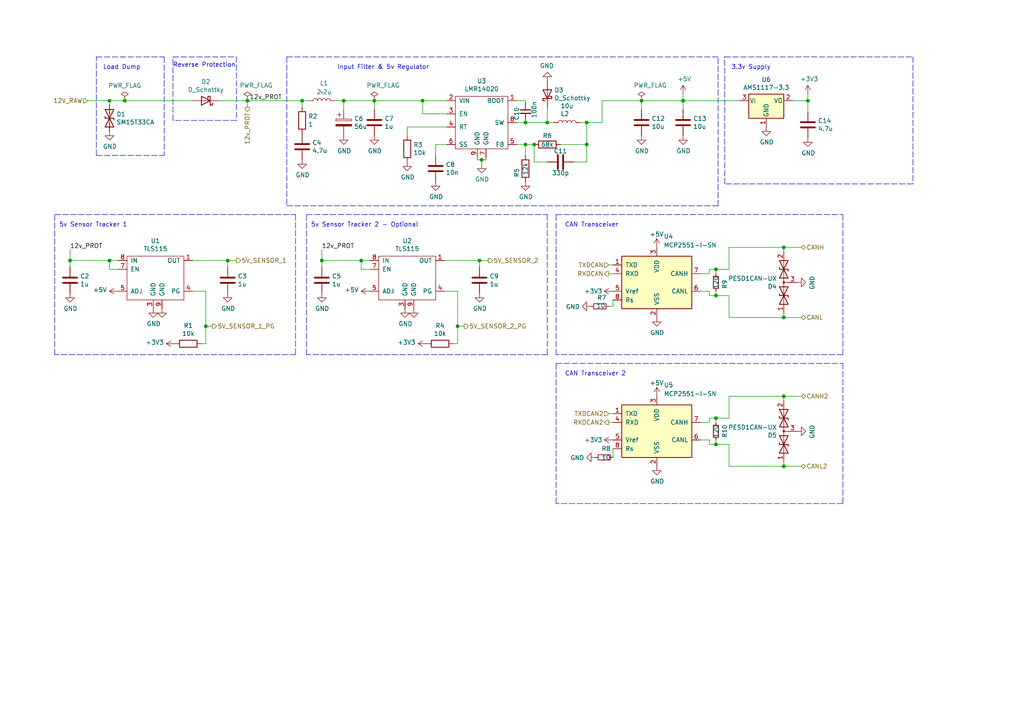
<source format=kicad_sch>
(kicad_sch (version 20211123) (generator eeschema)
  (paper "A4")
  (title_block (title "Polygonus") (date "2023-03-15") (rev "v0.7") (comment 2 "rusefi.com/s/proteus"))
  (lib_symbols
    (symbol "Device:C" (pin_numbers hide) (pin_names (offset 0.254))
      (property "Reference" "C" (at 0.635 2.54 0))
      (property "Value" "C" (at 0.635 -2.54 0))
      (symbol "C_0_1"
        (polyline (pts (xy -2.032 -0.762) (xy 2.032 -0.762)) (stroke (width 0.508)))
        (polyline (pts (xy -2.032 0.762) (xy 2.032 0.762)) (stroke (width 0.508)))
      )
      (symbol "C_1_1"
        (pin passive line (at 0 3.81 270) (length 2.794) (name "~") (number "1"))
        (pin passive line (at 0 -3.81 90) (length 2.794) (name "~") (number "2"))
      )
    )
    (symbol "Device:CP" (pin_numbers hide) (pin_names (offset 0.254))
      (property "Reference" "C" (at 0.635 2.54 0))
      (property "Value" "Device_CP" (at 0.635 -2.54 0))
      (symbol "CP_0_1"
        (rectangle (start -2.286 0.508) (end 2.286 1.016))
        (polyline (pts (xy -1.778 2.286) (xy -0.762 2.286)))
        (polyline (pts (xy -1.27 2.794) (xy -1.27 1.778)))
        (rectangle (start 2.286 -0.508) (end -2.286 -1.016) (fill (type outline)))
      )
      (symbol "CP_1_1"
        (pin passive line (at 0 3.81 270) (length 2.794) (name "~") (number "1"))
        (pin passive line (at 0 -3.81 90) (length 2.794) (name "~") (number "2"))
      )
    )
    (symbol "Device:C_Small" (pin_numbers hide) (pin_names (offset 0.254) hide)
      (property "Reference" "C" (at 0.254 1.778 0))
      (property "Value" "C_Small" (at 0.254 -2.032 0))
      (symbol "C_Small_0_1"
        (polyline (pts (xy -1.524 -0.508) (xy 1.524 -0.508)) (stroke (width 0.3302)))
        (polyline (pts (xy -1.524 0.508) (xy 1.524 0.508)) (stroke (width 0.3048)))
      )
      (symbol "C_Small_1_1"
        (pin passive line (at 0 2.54 270) (length 2.032) (name "~") (number "1"))
        (pin passive line (at 0 -2.54 90) (length 2.032) (name "~") (number "2"))
      )
    )
    (symbol "Device:D_Schottky" (pin_numbers hide) (pin_names (offset 1.016) hide)
      (property "Reference" "D" (at 0 2.54 0))
      (property "Value" "D_Schottky" (at 0 -2.54 0))
      (symbol "D_Schottky_0_1"
        (polyline (pts (xy 1.27 0) (xy -1.27 0)))
        (polyline (pts (xy 1.27 1.27) (xy 1.27 -1.27) (xy -1.27 0) (xy 1.27 1.27)) (stroke (width 0.254)))
        (polyline (pts (xy -1.905 0.635) (xy -1.905 1.27) (xy -1.27 1.27) (xy -1.27 -1.27) (xy -0.635 -1.27) (xy -0.635 -0.635)) (stroke (width 0.254)))
      )
      (symbol "D_Schottky_1_1"
        (pin passive line (at -3.81 0 0) (length 2.54) (name "K") (number "1"))
        (pin passive line (at 3.81 0 180) (length 2.54) (name "A") (number "2"))
      )
    )
    (symbol "Device:D_TVS" (pin_numbers hide) (pin_names (offset 1.016) hide)
      (property "Reference" "D" (at 0 2.54 0))
      (property "Value" "D_TVS" (at 0 -2.54 0))
      (symbol "D_TVS_0_1"
        (polyline (pts (xy 1.27 0) (xy -1.27 0)))
        (polyline (pts (xy 0.508 1.27) (xy 0 1.27) (xy 0 -1.27) (xy -0.508 -1.27)) (stroke (width 0.254)))
        (polyline (pts (xy -2.54 1.27) (xy -2.54 -1.27) (xy 2.54 1.27) (xy 2.54 -1.27) (xy -2.54 1.27)) (stroke (width 0.254)))
      )
      (symbol "D_TVS_1_1"
        (pin passive line (at -3.81 0 0) (length 2.54) (name "A1") (number "1"))
        (pin passive line (at 3.81 0 180) (length 2.54) (name "A2") (number "2"))
      )
    )
    (symbol "Device:D_TVS_x2_AAC" (pin_names (offset 1.016) hide)
      (property "Reference" "D" (at 0 4.445 0))
      (property "Value" "Device_D_TVS_x2_AAC" (at 0 2.54 0))
      (symbol "D_TVS_x2_AAC_0_0"
        (polyline (pts (xy 0 -1.27) (xy 0 0)))
      )
      (symbol "D_TVS_x2_AAC_0_1"
        (polyline (pts (xy -6.35 0) (xy 6.35 0)))
        (polyline (pts (xy -3.302 1.27) (xy -3.81 1.27) (xy -3.81 -1.27) (xy -4.318 -1.27)) (stroke (width 0.254)))
        (polyline (pts (xy 4.318 1.27) (xy 3.81 1.27) (xy 3.81 -1.27) (xy 3.302 -1.27)) (stroke (width 0.254)))
        (polyline (pts (xy -6.35 1.27) (xy -1.27 -1.27) (xy -1.27 1.27) (xy -6.35 -1.27) (xy -6.35 1.27)) (stroke (width 0.254)))
        (polyline (pts (xy 6.35 1.27) (xy 1.27 -1.27) (xy 1.27 1.27) (xy 6.35 -1.27) (xy 6.35 1.27)) (stroke (width 0.254)))
        (circle (center 0 0) (radius 0.254) (fill (type outline)))
      )
      (symbol "D_TVS_x2_AAC_1_1"
        (pin passive line (at -8.89 0 0) (length 2.54) (name "A1") (number "1"))
        (pin passive line (at 8.89 0 180) (length 2.54) (name "A2") (number "2"))
        (pin input line (at 0 -3.81 90) (length 2.54) (name "common") (number "3"))
      )
    )
    (symbol "Device:L" (pin_numbers hide) (pin_names (offset 1.016) hide)
      (property "Reference" "L" (at -1.27 0 90))
      (property "Value" "L" (at 1.905 0 90))
      (symbol "L_0_1"
        (arc (start 0 -2.54) (mid 0.635 -1.905) (end 0 -1.27))
        (arc (start 0 -1.27) (mid 0.635 -0.635) (end 0 0))
        (arc (start 0 0) (mid 0.635 0.635) (end 0 1.27))
        (arc (start 0 1.27) (mid 0.635 1.905) (end 0 2.54))
      )
      (symbol "L_1_1"
        (pin passive line (at 0 3.81 270) (length 1.27) (name "1") (number "1"))
        (pin passive line (at 0 -3.81 90) (length 1.27) (name "2") (number "2"))
      )
    )
    (symbol "Device:R" (pin_numbers hide) (pin_names (offset 0))
      (property "Reference" "R" (at 2.032 0 90))
      (property "Value" "R" (at 0 0 90))
      (symbol "R_0_1"
        (rectangle (start -1.016 -2.54) (end 1.016 2.54) (stroke (width 0.254)))
      )
      (symbol "R_1_1"
        (pin passive line (at 0 3.81 270) (length 1.27) (name "~") (number "1"))
        (pin passive line (at 0 -3.81 90) (length 1.27) (name "~") (number "2"))
      )
    )
    (symbol "Device:R_Small" (pin_numbers hide) (pin_names (offset 0.254) hide)
      (property "Reference" "R" (at 0.762 0.508 0))
      (property "Value" "R_Small" (at 0.762 -1.016 0))
      (symbol "R_Small_0_1"
        (rectangle (start -0.762 1.778) (end 0.762 -1.778) (stroke (width 0.2032)))
      )
      (symbol "R_Small_1_1"
        (pin passive line (at 0 2.54 270) (length 0.762) (name "~") (number "1"))
        (pin passive line (at 0 -2.54 90) (length 0.762) (name "~") (number "2"))
      )
    )
    (symbol "Interface_CAN_LIN:MCP2551-I-SN" (pin_names (offset 1.016))
      (property "Reference" "U" (at -10.16 8.89 0))
      (property "Value" "MCP2551-I-SN" (at 2.54 8.89 0))
      (symbol "MCP2551-I-SN_0_1"
        (rectangle (start -10.16 7.62) (end 10.16 -7.62) (stroke (width 0.254)) (fill (type background)))
      )
      (symbol "MCP2551-I-SN_1_1"
        (pin input line (at -12.7 5.08 0) (length 2.54) (name "TXD") (number "1"))
        (pin power_in line (at 0 -10.16 90) (length 2.54) (name "VSS") (number "2"))
        (pin power_in line (at 0 10.16 270) (length 2.54) (name "VDD") (number "3"))
        (pin output line (at -12.7 2.54 0) (length 2.54) (name "RXD") (number "4"))
        (pin power_out line (at -12.7 -2.54 0) (length 2.54) (name "Vref") (number "5"))
        (pin bidirectional line (at 12.7 -2.54 180) (length 2.54) (name "CANL") (number "6"))
        (pin bidirectional line (at 12.7 2.54 180) (length 2.54) (name "CANH") (number "7"))
        (pin input line (at -12.7 -5.08 0) (length 2.54) (name "Rs") (number "8"))
      )
    )
    (symbol "Regulator_Linear:AMS1117-3.3" (pin_names (offset 0.254))
      (property "Reference" "U" (at -3.81 3.175 0))
      (property "Value" "AMS1117-3.3" (at 0 3.175 0))
      (symbol "AMS1117-3.3_0_1"
        (rectangle (start -5.08 -5.08) (end 5.08 1.905) (stroke (width 0.254)) (fill (type background)))
      )
      (symbol "AMS1117-3.3_1_1"
        (pin power_in line (at 0 -7.62 90) (length 2.54) (name "GND") (number "1"))
        (pin power_out line (at 7.62 0 180) (length 2.54) (name "VO") (number "2"))
        (pin power_in line (at -7.62 0 0) (length 2.54) (name "VI") (number "3"))
      )
    )
    (symbol "infineon_psu:TLS115" (pin_names (offset 1.016))
      (property "Reference" "U" (at -6.35 -10.16 0))
      (property "Value" "TLS115" (at -3.81 5.08 0))
      (symbol "TLS115_0_1"
        (rectangle (start -7.62 3.81) (end 8.89 -8.89))
      )
      (symbol "TLS115_1_1"
        (pin output line (at 11.43 2.54 180) (length 2.54) (name "OUT") (number "1"))
        (pin no_connect line (at 0 0 0) (length 2.54) hide (name "~") (number "2"))
        (pin power_in line (at 0 -11.43 90) (length 2.54) (name "GND") (number "3"))
        (pin open_collector line (at 11.43 -6.35 180) (length 2.54) (name "PG") (number "4"))
        (pin input line (at -10.16 -6.35 0) (length 2.54) (name "ADJ") (number "5"))
        (pin no_connect line (at 0 -2.54 0) (length 2.54) hide (name "~") (number "6"))
        (pin input line (at -10.16 0 0) (length 2.54) (name "EN") (number "7"))
        (pin power_in line (at -10.16 2.54 0) (length 2.54) (name "IN") (number "8"))
        (pin power_in line (at 2.54 -11.43 90) (length 2.54) (name "GND") (number "9"))
      )
    )
    (symbol "lmr14020:LMR14020" (pin_names (offset 1.016))
      (property "Reference" "U" (at -3.81 -11.43 0))
      (property "Value" "LMR14020" (at 2.54 8.89 0))
      (symbol "LMR14020_0_1"
        (rectangle (start -5.08 -8.89) (end 10.16 6.35))
      )
      (symbol "LMR14020_1_1"
        (pin bidirectional line (at 12.7 5.08 180) (length 2.54) (name "BOOT") (number "1"))
        (pin power_in line (at -7.62 5.08 0) (length 2.54) (name "VIN") (number "2"))
        (pin input line (at -7.62 1.27 0) (length 2.54) (name "EN") (number "3"))
        (pin bidirectional line (at -7.62 -2.54 0) (length 2.54) (name "RT") (number "4"))
        (pin input line (at 12.7 -7.62 180) (length 2.54) (name "FB") (number "5"))
        (pin bidirectional line (at -7.62 -7.62 0) (length 2.54) (name "SS") (number "6"))
        (pin power_in line (at 3.81 -11.43 90) (length 2.54) (name "GND") (number "7"))
        (pin power_out line (at 12.7 -1.27 180) (length 2.54) (name "SW") (number "8"))
        (pin power_in line (at 1.27 -11.43 90) (length 2.54) (name "GND") (number "9"))
      )
    )
    (symbol "power:+3.3V" (power) (pin_names (offset 0))
      (property "Value" "+3.3V" (at 0 3.556 0))
      (symbol "+3.3V_0_1"
        (polyline (pts (xy -0.762 1.27) (xy 0 2.54)))
        (polyline (pts (xy 0 0) (xy 0 2.54)))
        (polyline (pts (xy 0 2.54) (xy 0.762 1.27)))
      )
      (symbol "+3.3V_1_1"
        (pin power_in line (at 0 0 90) (length 0) hide (name "+3V3") (number "1"))
      )
    )
    (symbol "power:+5V" (power) (pin_names (offset 0))
      (property "Value" "+5V" (at 0 3.556 0))
      (symbol "+5V_0_1"
        (polyline (pts (xy -0.762 1.27) (xy 0 2.54)))
        (polyline (pts (xy 0 0) (xy 0 2.54)))
        (polyline (pts (xy 0 2.54) (xy 0.762 1.27)))
      )
      (symbol "+5V_1_1"
        (pin power_in line (at 0 0 90) (length 0) hide (name "+5V") (number "1"))
      )
    )
    (symbol "power:GND" (power) (pin_names (offset 0))
      (property "Value" "GND" (at 0 -3.81 0))
      (symbol "GND_0_1"
        (polyline (pts (xy 0 0) (xy 0 -1.27) (xy 1.27 -1.27) (xy 0 -2.54) (xy -1.27 -1.27) (xy 0 -1.27)))
      )
      (symbol "GND_1_1"
        (pin power_in line (at 0 0 270) (length 0) hide (name "GND") (number "1"))
      )
    )
    (symbol "power:PWR_FLAG" (power) (pin_numbers hide) (pin_names (offset 0) hide)
      (property "Value" "PWR_FLAG" (at 0 3.81 0))
      (symbol "PWR_FLAG_0_0"
        (pin power_out line (at 0 0 90) (length 0) (name "pwr") (number "1"))
      )
      (symbol "PWR_FLAG_0_1"
        (polyline (pts (xy 0 0) (xy 0 1.27) (xy -1.016 1.905) (xy 0 2.54) (xy 1.016 1.905) (xy 0 1.27)))
      )
    )
  )
  (junction (at 36.195 29.21))
  (junction (at 108.585 29.21))
  (junction (at 170.18 35.56))
  (junction (at 122.555 29.21))
  (junction (at 152.4 41.91))
  (junction (at 139.7 46.355))
  (junction (at 207.645 78.105))
  (junction (at 20.32 75.565))
  (junction (at 227.33 114.935))
  (junction (at 207.645 128.905))
  (junction (at 227.33 92.075))
  (junction (at 87.63 29.21))
  (junction (at 66.04 75.565))
  (junction (at 59.69 94.615))
  (junction (at 104.775 75.565))
  (junction (at 158.75 35.56))
  (junction (at 198.12 29.21))
  (junction (at 132.715 94.615))
  (junction (at 186.055 29.21))
  (junction (at 93.345 75.565))
  (junction (at 139.065 75.565))
  (junction (at 99.695 29.21))
  (junction (at 207.645 85.725))
  (junction (at 234.315 29.21))
  (junction (at 31.75 75.565))
  (junction (at 170.18 41.91))
  (junction (at 71.755 29.21))
  (junction (at 152.4 35.56))
  (junction (at 207.645 121.285))
  (junction (at 227.33 71.755))
  (junction (at 154.94 41.91))
  (junction (at 227.33 135.255))
  (junction (at 31.75 29.21))
  (wire (pts (xy 205.7392 127.596) (xy 205.74 128.905)))
  (wire (pts (xy 177.7939 87.0112) (xy 177.7939 88.8557)))
  (polyline (pts (xy 158.75 102.87) (xy 88.9 102.87)))
  (wire (pts (xy 132.715 84.455) (xy 132.715 94.615)))
  (wire (pts (xy 207.645 121.285) (xy 211.455 121.285)))
  (wire (pts (xy 229.87 29.21) (xy 234.315 29.21)))
  (wire (pts (xy 170.18 41.91) (xy 170.18 46.99)))
  (polyline (pts (xy 161.29 146.05) (xy 161.29 105.41)))
  (wire (pts (xy 227.33 71.755) (xy 211.455 71.755)))
  (polyline (pts (xy 158.75 62.23) (xy 158.75 102.87)))
  (wire (pts (xy 99.695 29.21) (xy 99.695 31.75)))
  (polyline (pts (xy 88.9 62.23) (xy 158.75 62.23)))
  (wire (pts (xy 176.5292 122.516) (xy 177.7992 122.516)))
  (wire (pts (xy 36.195 29.21) (xy 31.75 29.21)))
  (wire (pts (xy 68.58 75.565) (xy 66.04 75.565)))
  (wire (pts (xy 134.62 94.615) (xy 132.715 94.615)))
  (wire (pts (xy 61.595 94.615) (xy 59.69 94.615)))
  (wire (pts (xy 152.4 41.91) (xy 152.4 45.085)))
  (wire (pts (xy 207.645 78.105) (xy 205.74 78.105)))
  (polyline (pts (xy 50.165 16.51) (xy 68.58 16.51)))
  (wire (pts (xy 152.4 41.91) (xy 154.94 41.91)))
  (wire (pts (xy 152.4 34.925) (xy 152.4 35.56)))
  (wire (pts (xy 205.7339 79.3912) (xy 205.74 78.105)))
  (wire (pts (xy 232.41 114.935) (xy 227.33 114.935)))
  (wire (pts (xy 211.455 128.905) (xy 207.645 128.905)))
  (wire (pts (xy 140.97 46.355) (xy 140.97 45.72)))
  (wire (pts (xy 108.585 29.21) (xy 122.555 29.21)))
  (polyline (pts (xy 27.94 45.085) (xy 27.94 16.51)))
  (wire (pts (xy 203.1992 122.516) (xy 205.7392 122.516)))
  (wire (pts (xy 207.645 78.105) (xy 211.455 78.105)))
  (wire (pts (xy 31.75 78.105) (xy 31.75 75.565)))
  (wire (pts (xy 126.365 45.085) (xy 126.365 41.91)))
  (wire (pts (xy 87.63 29.21) (xy 87.63 31.115)))
  (polyline (pts (xy 208.28 16.51) (xy 83.185 16.51)))
  (wire (pts (xy 132.715 99.695) (xy 132.715 94.615)))
  (wire (pts (xy 138.43 46.355) (xy 139.7 46.355)))
  (wire (pts (xy 174.625 35.56) (xy 174.625 29.21)))
  (wire (pts (xy 131.445 99.695) (xy 132.715 99.695)))
  (wire (pts (xy 107.315 78.105) (xy 104.775 78.105)))
  (wire (pts (xy 55.88 75.565) (xy 66.04 75.565)))
  (wire (pts (xy 227.33 71.755) (xy 227.33 73.025)))
  (wire (pts (xy 211.455 85.725) (xy 207.645 85.725)))
  (polyline (pts (xy 88.9 102.87) (xy 88.9 62.23)))
  (wire (pts (xy 227.33 135.255) (xy 211.455 135.255)))
  (polyline (pts (xy 264.795 16.51) (xy 264.795 53.34)))
  (wire (pts (xy 198.12 27.305) (xy 198.12 29.21)))
  (wire (pts (xy 162.56 41.91) (xy 170.18 41.91)))
  (wire (pts (xy 227.33 92.075) (xy 211.455 92.075)))
  (polyline (pts (xy 208.28 59.69) (xy 208.28 16.51)))
  (wire (pts (xy 122.555 29.21) (xy 122.555 33.02)))
  (polyline (pts (xy 210.185 53.34) (xy 210.185 16.51)))
  (wire (pts (xy 170.18 35.56) (xy 174.625 35.56)))
  (wire (pts (xy 152.4 29.21) (xy 152.4 29.845)))
  (wire (pts (xy 139.7 46.355) (xy 140.97 46.355)))
  (polyline (pts (xy 210.185 16.51) (xy 264.795 16.51)))
  (wire (pts (xy 177.7992 119.976) (xy 176.5292 119.976)))
  (wire (pts (xy 154.94 46.99) (xy 154.94 41.91)))
  (wire (pts (xy 99.695 29.21) (xy 108.585 29.21)))
  (wire (pts (xy 177.7939 76.8512) (xy 176.5239 76.8512)))
  (wire (pts (xy 176.5239 79.3912) (xy 177.7939 79.3912)))
  (wire (pts (xy 207.645 79.375) (xy 207.645 78.105)))
  (wire (pts (xy 203.1939 84.4712) (xy 205.7339 84.4712)))
  (wire (pts (xy 108.585 31.75) (xy 108.585 29.21)))
  (wire (pts (xy 227.33 92.075) (xy 227.33 90.805)))
  (wire (pts (xy 234.315 27.305) (xy 234.315 29.21)))
  (polyline (pts (xy 244.475 105.41) (xy 244.475 146.05)))
  (polyline (pts (xy 47.625 16.51) (xy 47.625 45.085)))
  (wire (pts (xy 118.11 36.83) (xy 129.54 36.83)))
  (wire (pts (xy 55.88 84.455) (xy 59.69 84.455)))
  (polyline (pts (xy 85.725 62.23) (xy 85.725 102.87)))
  (polyline (pts (xy 27.94 16.51) (xy 47.625 16.51)))
  (polyline (pts (xy 83.185 59.69) (xy 208.28 59.69)))
  (wire (pts (xy 58.42 99.695) (xy 59.69 99.695)))
  (wire (pts (xy 227.33 114.935) (xy 227.33 116.205)))
  (wire (pts (xy 227.33 135.255) (xy 227.33 133.985)))
  (wire (pts (xy 207.645 121.285) (xy 205.74 121.285)))
  (wire (pts (xy 186.055 29.21) (xy 198.12 29.21)))
  (wire (pts (xy 63.5 29.21) (xy 71.755 29.21)))
  (wire (pts (xy 198.12 29.21) (xy 198.12 31.75)))
  (wire (pts (xy 232.41 71.755) (xy 227.33 71.755)))
  (wire (pts (xy 118.11 39.37) (xy 118.11 36.83)))
  (wire (pts (xy 97.155 29.21) (xy 99.695 29.21)))
  (polyline (pts (xy 83.185 16.51) (xy 83.185 59.69)))
  (wire (pts (xy 20.32 77.47) (xy 20.32 75.565)))
  (polyline (pts (xy 244.475 146.05) (xy 161.29 146.05)))
  (wire (pts (xy 128.905 75.565) (xy 139.065 75.565)))
  (wire (pts (xy 186.055 29.21) (xy 186.055 31.75)))
  (wire (pts (xy 122.555 29.21) (xy 129.54 29.21)))
  (polyline (pts (xy 161.29 105.41) (xy 244.475 105.41)))
  (wire (pts (xy 34.29 78.105) (xy 31.75 78.105)))
  (wire (pts (xy 149.86 41.91) (xy 152.4 41.91)))
  (wire (pts (xy 211.455 135.255) (xy 211.455 128.905)))
  (wire (pts (xy 31.75 75.565) (xy 34.29 75.565)))
  (wire (pts (xy 87.63 29.21) (xy 89.535 29.21)))
  (wire (pts (xy 93.345 72.39) (xy 93.345 75.565)))
  (wire (pts (xy 211.455 114.935) (xy 211.455 121.285)))
  (wire (pts (xy 139.065 75.565) (xy 139.065 77.47)))
  (wire (pts (xy 93.345 77.47) (xy 93.345 75.565)))
  (wire (pts (xy 126.365 41.91) (xy 129.54 41.91)))
  (wire (pts (xy 31.75 29.21) (xy 31.75 30.48)))
  (wire (pts (xy 170.18 41.91) (xy 170.18 35.56)))
  (wire (pts (xy 207.645 84.455) (xy 207.645 85.725)))
  (wire (pts (xy 207.645 127.635) (xy 207.645 128.905)))
  (polyline (pts (xy 15.875 102.87) (xy 15.875 62.23)))
  (wire (pts (xy 207.645 128.905) (xy 205.74 128.905)))
  (wire (pts (xy 122.555 33.02) (xy 129.54 33.02)))
  (wire (pts (xy 158.75 46.99) (xy 154.94 46.99)))
  (wire (pts (xy 128.905 84.455) (xy 132.715 84.455)))
  (polyline (pts (xy 50.165 34.925) (xy 50.165 16.51)))
  (wire (pts (xy 20.32 75.565) (xy 31.75 75.565)))
  (polyline (pts (xy 15.875 62.23) (xy 85.725 62.23)))
  (wire (pts (xy 232.41 92.075) (xy 227.33 92.075)))
  (wire (pts (xy 177.7992 130.136) (xy 177.7992 132.663)))
  (polyline (pts (xy 85.725 102.87) (xy 15.875 102.87)))
  (wire (pts (xy 149.86 29.21) (xy 152.4 29.21)))
  (wire (pts (xy 59.69 99.695) (xy 59.69 94.615)))
  (wire (pts (xy 149.86 35.56) (xy 152.4 35.56)))
  (wire (pts (xy 104.775 78.105) (xy 104.775 75.565)))
  (wire (pts (xy 25.4 29.21) (xy 31.75 29.21)))
  (polyline (pts (xy 161.29 62.23) (xy 244.475 62.23)))
  (wire (pts (xy 207.645 85.725) (xy 205.74 85.725)))
  (wire (pts (xy 207.645 122.555) (xy 207.645 121.285)))
  (polyline (pts (xy 27.94 45.085) (xy 47.625 45.085)))
  (wire (pts (xy 168.275 35.56) (xy 170.18 35.56)))
  (wire (pts (xy 55.88 29.21) (xy 36.195 29.21)))
  (wire (pts (xy 71.755 29.21) (xy 87.63 29.21)))
  (wire (pts (xy 174.625 29.21) (xy 186.055 29.21)))
  (polyline (pts (xy 68.58 16.51) (xy 68.58 34.925)))
  (wire (pts (xy 211.455 71.755) (xy 211.455 78.105)))
  (wire (pts (xy 198.12 29.21) (xy 214.63 29.21)))
  (wire (pts (xy 205.7339 84.4712) (xy 205.74 85.725)))
  (wire (pts (xy 158.75 35.56) (xy 160.655 35.56)))
  (wire (pts (xy 211.455 92.075) (xy 211.455 85.725)))
  (wire (pts (xy 66.04 75.565) (xy 66.04 77.47)))
  (wire (pts (xy 59.69 84.455) (xy 59.69 94.615)))
  (wire (pts (xy 234.315 29.21) (xy 234.315 32.385)))
  (wire (pts (xy 141.605 75.565) (xy 139.065 75.565)))
  (wire (pts (xy 205.7392 122.516) (xy 205.74 121.285)))
  (wire (pts (xy 138.43 45.72) (xy 138.43 46.355)))
  (wire (pts (xy 232.41 135.255) (xy 227.33 135.255)))
  (wire (pts (xy 93.345 75.565) (xy 104.775 75.565)))
  (polyline (pts (xy 244.475 102.87) (xy 161.29 102.87)))
  (wire (pts (xy 227.33 114.935) (xy 211.455 114.935)))
  (wire (pts (xy 104.775 75.565) (xy 107.315 75.565)))
  (wire (pts (xy 139.7 47.625) (xy 139.7 46.355)))
  (wire (pts (xy 20.32 72.39) (xy 20.32 75.565)))
  (polyline (pts (xy 68.58 34.925) (xy 50.165 34.925)))
  (wire (pts (xy 203.1939 79.3912) (xy 205.7339 79.3912)))
  (wire (pts (xy 170.18 46.99) (xy 166.37 46.99)))
  (wire (pts (xy 152.4 35.56) (xy 158.75 35.56)))
  (wire (pts (xy 203.1992 127.596) (xy 205.7392 127.596)))
  (wire (pts (xy 158.75 31.115) (xy 158.75 35.56)))
  (wire (pts (xy 71.755 31.115) (xy 71.755 29.21)))
  (polyline (pts (xy 244.475 62.23) (xy 244.475 102.87)))
  (polyline (pts (xy 161.29 102.87) (xy 161.29 62.23)))
  (polyline (pts (xy 264.795 53.34) (xy 210.185 53.34)))
  (wire (pts (xy 177.7939 88.8557) (xy 176.518 88.8557)))
  (text "5v Sensor Tracker 1" (at 17.145 66.04 0) (effects (font (size 1.27 1.27)) (justify left bottom)))
  (text "CAN Transceiver" (at 163.83 66.04 0) (effects (font (size 1.27 1.27)) (justify left bottom)))
  (text "Load Dump" (at 29.845 20.32 0) (effects (font (size 1.27 1.27)) (justify left bottom)))
  (text "Input Filter & 5v Regulator" (at 97.79 20.32 0) (effects (font (size 1.27 1.27)) (justify left bottom)))
  (text "Reverse Protection" (at 50.165 19.685 0) (effects (font (size 1.27 1.27)) (justify left bottom)))
  (text "3.3v Supply" (at 212.09 20.32 0) (effects (font (size 1.27 1.27)) (justify left bottom)))
  (text "5v Sensor Tracker 2 - Optional" (at 90.17 66.04 0) (effects (font (size 1.27 1.27)) (justify left bottom)))
  (text "CAN Transceiver 2" (at 163.83 109.22 0) (effects (font (size 1.27 1.27)) (justify left bottom)))
  (label "12v_PROT" (at 20.32 72.39 0))
  (label "12v_PROT" (at 72.39 29.21 0))
  (label "12v_PROT" (at 93.345 72.39 0))
  (hierarchical_label "RXDCAN" (shape output) (at 176.5239 79.3912 180))
  (hierarchical_label "5V_SENSOR_2_PG" (shape output) (at 134.62 94.615 0))
  (hierarchical_label "5V_SENSOR_1" (shape output) (at 68.58 75.565 0))
  (hierarchical_label "12V_RAW" (shape input) (at 25.4 29.21 180))
  (hierarchical_label "TXDCAN2" (shape input) (at 176.5292 119.976 180))
  (hierarchical_label "12v_PROT" (shape output) (at 71.755 31.115 270))
  (hierarchical_label "CANL" (shape bidirectional) (at 232.41 92.075 0))
  (hierarchical_label "5V_SENSOR_1_PG" (shape output) (at 61.595 94.615 0))
  (hierarchical_label "CANH" (shape bidirectional) (at 232.41 71.755 0))
  (hierarchical_label "CANH2" (shape bidirectional) (at 232.41 114.935 0))
  (hierarchical_label "5V_SENSOR_2" (shape output) (at 141.605 75.565 0))
  (hierarchical_label "TXDCAN" (shape input) (at 176.5239 76.8512 180))
  (hierarchical_label "CANL2" (shape bidirectional) (at 232.41 135.255 0))
  (hierarchical_label "RXDCAN2" (shape output) (at 176.5292 122.516 180))
  (symbol (lib_id "Device:L") (at 164.465 35.56 90) (unit 1)
    (property "Reference" "L2" (at 163.83 33.02 90))
    (property "Value" "10u" (at 164.465 30.734 90))
    (property "Footprint" "sunlord-MWSA0503:MWSA0503" (effects hide))
    (property "LCSC" "C408412" (effects hide))
    (property "LCSC_ext" "1" (effects hide))
    (property "possible_not_ext" "1" (effects hide))
  )
  (symbol (lib_id "Device:C") (at 186.055 35.56 0) (unit 1)
    (property "Reference" "C12" (at 188.976 34.3916 0) (effects (justify left)))
    (property "Value" "10u" (at 188.976 36.703 0) (effects (justify left)))
    (property "Footprint" "Capacitor_SMD:C_1206_3216Metric" (effects hide))
    (property "LCSC" "C13585" (effects hide))
    (property "LCSC_ext" "0" (effects hide))
  )
  (symbol (lib_id "power:GND") (at 186.055 39.37 0) (unit 1)
    (property "Reference" "#PWR040" (effects hide))
    (property "Value" "GND" (at 186.182 43.7642 0))
  )
  (symbol (lib_id "power:GND") (at 99.695 39.37 0) (unit 1)
    (property "Reference" "#PWR024" (effects hide))
    (property "Value" "GND" (at 99.822 43.7642 0))
  )
  (symbol (lib_id "power:+5V") (at 198.12 27.305 0) (unit 1)
    (property "Reference" "#PWR045" (effects hide))
    (property "Value" "+5V" (at 198.501 22.9108 0))
  )
  (symbol (lib_id "Device:C") (at 108.585 35.56 0) (unit 1)
    (property "Reference" "C7" (at 111.506 34.3916 0) (effects (justify left)))
    (property "Value" "1u" (at 111.506 36.703 0) (effects (justify left)))
    (property "Footprint" "Capacitor_SMD:C_0603_1608Metric" (effects hide))
    (property "LCSC" "C15849" (effects hide))
    (property "LCSC_ext" "0" (effects hide))
  )
  (symbol (lib_id "power:GND") (at 108.585 39.37 0) (unit 1)
    (property "Reference" "#PWR026" (effects hide))
    (property "Value" "GND" (at 108.712 43.7642 0))
  )
  (symbol (lib_id "Device:R_Small") (at 207.645 81.915 0) (mirror y) (unit 1)
    (property "Reference" "R9" (at 210.185 83.82 90) (effects (justify left)))
    (property "Value" "120" (at 207.645 83.82 90) (effects (justify left)))
    (property "Footprint" "Resistor_SMD:R_0603_1608Metric" (effects hide))
    (property "LCSC" "C22787" (effects hide))
    (property "LCSC_ext" "0" (effects hide))
  )
  (symbol (lib_id "Device:D_TVS") (at 31.75 34.29 270) (unit 1)
    (property "Reference" "D1" (at 33.7566 33.1216 90) (effects (justify left)))
    (property "Value" "SM15T33CA" (at 33.7566 35.433 90) (effects (justify left)))
    (property "Footprint" "Diode_SMD:D_SMC" (effects hide))
    (property "PN" "SM15T33CA" (effects hide))
    (property "LCSC" "C151281" (effects hide))
    (property "LCSC_ext" "1" (effects hide))
    (property "possible_not_ext" "1" (effects hide))
  )
  (symbol (lib_id "power:GND") (at 31.75 38.1 0) (unit 1)
    (property "Reference" "#PWR016" (effects hide))
    (property "Value" "GND" (at 31.877 42.4942 0))
  )
  (symbol (lib_id "Device:CP") (at 99.695 35.56 0) (unit 1)
    (property "Reference" "C6" (at 102.6922 34.3916 0) (effects (justify left)))
    (property "Value" "56u" (at 102.6922 36.703 0) (effects (justify left)))
    (property "Footprint" "Capacitor_THT:CP_Radial_D8.0mm_P3.50mm" (effects hide))
    (property "PN" "EEH-AZF1H560B" (effects hide))
    (property "LCSC" "N/A" (effects hide))
  )
  (symbol (lib_id "power:+3.3V") (at 234.315 27.305 0) (unit 1)
    (property "Reference" "#PWR050" (effects hide))
    (property "Value" "+3.3V" (at 234.696 22.9108 0))
  )
  (symbol (lib_id "Device:L") (at 93.345 29.21 90) (unit 1)
    (property "Reference" "L1" (at 93.98 24.13 90))
    (property "Value" "2.2u" (at 93.98 26.67 90))
    (property "Footprint" "Inductor_SMD:L_1210_3225Metric" (effects hide))
    (property "Datasheet" "~" (at 93.345 26.67 90))
    (property "PN" "SRN3015TA-2R2M" (effects hide))
    (property "LCSC" "C36828" (effects hide))
    (property "LCSC_ext" "1" (effects hide))
    (property "possible_not_ext" "1" (effects hide))
  )
  (symbol (lib_id "Device:C") (at 87.63 42.545 0) (unit 1)
    (property "Reference" "C4" (at 90.551 41.3766 0) (effects (justify left)))
    (property "Value" "4.7u" (at 90.551 43.688 0) (effects (justify left)))
    (property "Footprint" "Capacitor_SMD:C_0603_1608Metric" (effects hide))
    (property "LCSC" "C19666" (effects hide))
    (property "LCSC_ext" "0" (effects hide))
  )
  (symbol (lib_id "power:GND") (at 87.63 46.355 0) (unit 1)
    (property "Reference" "#PWR022" (effects hide))
    (property "Value" "GND" (at 87.757 50.7492 0))
  )
  (symbol (lib_id "infineon_psu:TLS115") (at 44.45 78.105 0) (unit 1)
    (property "Reference" "U1" (at 45.085 69.85 0))
    (property "Value" "TLS115" (at 45.085 72.1614 0))
    (property "Footprint" "Package_SO:Infineon_PG-DSO-8-43" (effects hide))
    (property "PN" "TLS115D0E" (effects hide))
    (property "LCSC" "N/A" (effects hide))
  )
  (symbol (lib_id "power:+5V") (at 34.29 84.455 90) (unit 1)
    (property "Reference" "#PWR017" (effects hide))
    (property "Value" "+5V" (at 31.0388 84.074 90) (effects (justify left)))
  )
  (symbol (lib_id "power:GND") (at 44.45 89.535 0) (unit 1)
    (property "Reference" "#PWR018" (effects hide))
    (property "Value" "GND" (at 44.577 93.9292 0))
  )
  (symbol (lib_id "power:GND") (at 46.99 89.535 0) (unit 1)
    (property "Reference" "#PWR019" (effects hide))
    (property "Value" "GND" (effects hide))
  )
  (symbol (lib_id "Device:C") (at 66.04 81.28 0) (unit 1)
    (property "Reference" "C3" (at 68.961 80.1116 0) (effects (justify left)))
    (property "Value" "1u" (at 68.961 82.423 0) (effects (justify left)))
    (property "Footprint" "Capacitor_SMD:C_0603_1608Metric" (effects hide))
    (property "LCSC" "C15849" (effects hide))
    (property "LCSC_ext" "0" (effects hide))
  )
  (symbol (lib_id "power:GND") (at 66.04 85.09 0) (unit 1)
    (property "Reference" "#PWR021" (effects hide))
    (property "Value" "GND" (at 66.167 89.4842 0))
  )
  (symbol (lib_id "Device:C") (at 20.32 81.28 0) (unit 1)
    (property "Reference" "C2" (at 23.241 80.1116 0) (effects (justify left)))
    (property "Value" "1u" (at 23.241 82.423 0) (effects (justify left)))
    (property "Footprint" "Capacitor_SMD:C_0603_1608Metric" (effects hide))
    (property "LCSC" "C15849" (effects hide))
    (property "LCSC_ext" "0" (effects hide))
  )
  (symbol (lib_id "power:GND") (at 20.32 85.09 0) (unit 1)
    (property "Reference" "#PWR015" (effects hide))
    (property "Value" "GND" (at 20.447 89.4842 0))
  )
  (symbol (lib_id "Device:R") (at 54.61 99.695 270) (unit 1)
    (property "Reference" "R1" (at 54.61 94.4372 90))
    (property "Value" "10k" (at 54.61 96.7486 90))
    (property "Footprint" "Resistor_SMD:R_0402_1005Metric" (effects hide))
    (property "LCSC" "C25744" (effects hide))
    (property "LCSC_ext" "0" (effects hide))
  )
  (symbol (lib_id "power:+3.3V") (at 50.8 99.695 90) (unit 1)
    (property "Reference" "#PWR020" (effects hide))
    (property "Value" "+3.3V" (at 47.5488 99.314 90) (effects (justify left)))
  )
  (symbol (lib_id "Device:D_Schottky") (at 59.69 29.21 180) (unit 1)
    (property "Reference" "D2" (at 59.69 23.7236 0))
    (property "Value" "D_Schottky" (at 59.69 26.035 0))
    (property "Footprint" "Diode_SMD:D_SMA" (effects hide))
    (property "LCSC" "C8678" (effects hide))
    (property "LCSC_ext" "0" (effects hide))
  )
  (symbol (lib_id "power:+5V") (at 107.315 84.455 90) (unit 1)
    (property "Reference" "#PWR025" (effects hide))
    (property "Value" "+5V" (at 104.0638 84.074 90) (effects (justify left)))
  )
  (symbol (lib_id "power:GND") (at 117.475 89.535 0) (unit 1)
    (property "Reference" "#PWR027" (effects hide))
    (property "Value" "GND" (at 117.602 93.9292 0))
  )
  (symbol (lib_id "power:GND") (at 120.015 89.535 0) (unit 1)
    (property "Reference" "#PWR029" (effects hide))
    (property "Value" "GND" (effects hide))
  )
  (symbol (lib_id "Device:C") (at 139.065 81.28 0) (unit 1)
    (property "Reference" "C9" (at 141.986 80.1116 0) (effects (justify left)))
    (property "Value" "1u" (at 141.986 82.423 0) (effects (justify left)))
    (property "Footprint" "Capacitor_SMD:C_0603_1608Metric" (effects hide))
    (property "LCSC" "C15849" (effects hide))
    (property "LCSC_ext" "0" (effects hide))
  )
  (symbol (lib_id "power:GND") (at 139.065 85.09 0) (unit 1)
    (property "Reference" "#PWR032" (effects hide))
    (property "Value" "GND" (at 139.192 89.4842 0))
  )
  (symbol (lib_id "Device:C") (at 93.345 81.28 0) (unit 1)
    (property "Reference" "C5" (at 96.266 80.1116 0) (effects (justify left)))
    (property "Value" "1u" (at 96.266 82.423 0) (effects (justify left)))
    (property "Footprint" "Capacitor_SMD:C_0603_1608Metric" (effects hide))
    (property "LCSC" "C15849" (effects hide))
    (property "LCSC_ext" "0" (effects hide))
  )
  (symbol (lib_id "power:GND") (at 93.345 85.09 0) (unit 1)
    (property "Reference" "#PWR023" (effects hide))
    (property "Value" "GND" (at 93.472 89.4842 0))
  )
  (symbol (lib_id "infineon_psu:TLS115") (at 117.475 78.105 0) (unit 1)
    (property "Reference" "U2" (at 118.11 69.85 0))
    (property "Value" "TLS115" (at 118.11 72.1614 0))
    (property "Footprint" "Package_SO:Infineon_PG-DSO-8-43" (effects hide))
    (property "PN" "TLS115D0E" (effects hide))
    (property "LCSC" "N/A" (effects hide))
  )
  (symbol (lib_id "power:+3.3V") (at 123.825 99.695 90) (unit 1)
    (property "Reference" "#PWR030" (effects hide))
    (property "Value" "+3.3V" (at 120.5738 99.314 90) (effects (justify left)))
  )
  (symbol (lib_id "Device:R") (at 127.635 99.695 270) (unit 1)
    (property "Reference" "R4" (at 127.635 94.4372 90))
    (property "Value" "10k" (at 127.635 96.7486 90))
    (property "Footprint" "Resistor_SMD:R_0402_1005Metric" (effects hide))
    (property "LCSC" "C25744" (effects hide))
    (property "LCSC_ext" "0" (effects hide))
  )
  (symbol (lib_id "Device:C") (at 234.315 36.195 0) (unit 1)
    (property "Reference" "C14" (at 237.236 35.0266 0) (effects (justify left)))
    (property "Value" "4.7u" (at 237.236 37.338 0) (effects (justify left)))
    (property "Footprint" "Capacitor_SMD:C_0603_1608Metric" (effects hide))
    (property "LCSC" "C19666" (effects hide))
    (property "LCSC_ext" "0" (effects hide))
  )
  (symbol (lib_id "power:GND") (at 234.315 40.005 0) (unit 1)
    (property "Reference" "#PWR051" (effects hide))
    (property "Value" "GND" (at 234.442 44.3992 0))
  )
  (symbol (lib_id "Device:D_TVS_x2_AAC") (at 227.33 81.915 90) (unit 1)
    (property "Reference" "D4" (at 225.3488 83.0834 90) (effects (justify left)))
    (property "Value" "PESD1CAN-UX" (at 225.3488 80.772 90) (effects (justify left)))
    (property "Footprint" "Package_TO_SOT_SMD:SOT-323_SC-70" (effects hide))
    (property "PN" "PESD1CAN-UX" (effects hide))
    (property "LCSC" "C152727" (effects hide))
    (property "LCSC_ext" "1" (effects hide))
  )
  (symbol (lib_id "power:PWR_FLAG") (at 71.755 29.21 0) (unit 1)
    (property "Reference" "#FLG04" (effects hide))
    (property "Value" "PWR_FLAG" (at 74.295 24.765 0))
  )
  (symbol (lib_id "power:PWR_FLAG") (at 36.195 29.21 0) (unit 1)
    (property "Reference" "#FLG03" (effects hide))
    (property "Value" "PWR_FLAG" (at 36.195 24.8158 0))
  )
  (symbol (lib_id "power:GND") (at 231.14 81.915 90) (mirror x) (unit 1)
    (property "Reference" "#PWR048" (effects hide))
    (property "Value" "GND" (at 235.5342 82.042 0))
  )
  (symbol (lib_id "power:PWR_FLAG") (at 108.585 29.21 0) (unit 1)
    (property "Reference" "#FLG05" (effects hide))
    (property "Value" "PWR_FLAG" (at 111.125 24.765 0))
  )
  (symbol (lib_id "Device:R") (at 87.63 34.925 0) (unit 1)
    (property "Reference" "R2" (at 89.408 33.7566 0) (effects (justify left)))
    (property "Value" "1" (at 89.408 36.068 0) (effects (justify left)))
    (property "Footprint" "Resistor_SMD:R_0402_1005Metric" (effects hide))
    (property "LCSC" "C25086" (effects hide))
    (property "LCSC_ext" "0" (effects hide))
  )
  (symbol (lib_id "lmr14020:LMR14020") (at 137.16 34.29 0) (unit 1)
    (property "Reference" "U3" (at 139.7 23.495 0))
    (property "Value" "LMR14020" (at 139.7 25.8064 0))
    (property "Footprint" "Package_SO:SOIC-8-1EP_3.9x4.9mm_P1.27mm_EP2.29x3mm" (effects hide))
    (property "LCSC" "C187824" (effects hide))
    (property "LCSC_ext" "1" (effects hide))
    (property "PN" "LMR14020" (effects hide))
    (property "possible_not_ext" "0" (effects hide))
  )
  (symbol (lib_id "Device:C_Small") (at 152.4 32.385 0) (unit 1)
    (property "Reference" "C10" (at 149.86 34.925 90) (effects (justify left)))
    (property "Value" "100n" (at 154.94 34.29 90) (effects (justify left)))
    (property "Footprint" "Capacitor_SMD:C_0603_1608Metric" (effects hide))
    (property "LCSC" "C14663" (effects hide))
    (property "LCSC_ext" "0" (effects hide))
  )
  (symbol (lib_id "Device:R") (at 158.75 41.91 90) (unit 1)
    (property "Reference" "R6" (at 158.75 39.37 90))
    (property "Value" "68k" (at 158.75 41.91 90))
    (property "Footprint" "Resistor_SMD:R_0402_1005Metric" (effects hide))
    (property "LCSC" "C36871" (effects hide))
  )
  (symbol (lib_id "Device:R") (at 152.4 48.895 0) (unit 1)
    (property "Reference" "R5" (at 149.86 51.435 90) (effects (justify left)))
    (property "Value" "12k" (at 152.4 50.8 90) (effects (justify left)))
    (property "Footprint" "Resistor_SMD:R_0402_1005Metric" (effects hide))
    (property "LCSC" "C25752" (effects hide))
  )
  (symbol (lib_id "power:GND") (at 152.4 52.705 0) (unit 1)
    (property "Reference" "#PWR034" (effects hide))
    (property "Value" "GND" (at 152.527 57.0992 0))
  )
  (symbol (lib_id "power:GND") (at 139.7 47.625 0) (unit 1)
    (property "Reference" "#PWR033" (effects hide))
    (property "Value" "GND" (at 139.827 52.0192 0))
  )
  (symbol (lib_id "Device:C") (at 162.56 46.99 270) (unit 1)
    (property "Reference" "C11" (at 162.56 43.815 90))
    (property "Value" "330p" (at 162.56 50.165 90))
    (property "Footprint" "Capacitor_SMD:C_0402_1005Metric" (effects hide))
    (property "LCSC" "C13533" (effects hide))
    (property "LCSC_ext" "0" (effects hide))
  )
  (symbol (lib_id "Device:R") (at 118.11 43.18 0) (unit 1)
    (property "Reference" "R3" (at 119.888 42.0116 0) (effects (justify left)))
    (property "Value" "10k" (at 119.888 44.323 0) (effects (justify left)))
    (property "Footprint" "Resistor_SMD:R_0402_1005Metric" (effects hide))
    (property "LCSC" "C25744" (effects hide))
    (property "LCSC_ext" "0" (effects hide))
  )
  (symbol (lib_id "power:GND") (at 118.11 46.99 0) (unit 1)
    (property "Reference" "#PWR028" (effects hide))
    (property "Value" "GND" (at 118.237 51.3842 0))
  )
  (symbol (lib_id "Device:C") (at 126.365 48.895 0) (unit 1)
    (property "Reference" "C8" (at 129.286 47.7266 0) (effects (justify left)))
    (property "Value" "10n" (at 129.286 50.038 0) (effects (justify left)))
    (property "Footprint" "Capacitor_SMD:C_0603_1608Metric" (effects hide))
    (property "LCSC" "C57112" (effects hide))
    (property "LCSC_ext" "0" (effects hide))
  )
  (symbol (lib_id "power:GND") (at 126.365 52.705 0) (unit 1)
    (property "Reference" "#PWR031" (effects hide))
    (property "Value" "GND" (at 126.492 57.0992 0))
  )
  (symbol (lib_id "Device:D_Schottky") (at 158.75 27.305 90) (unit 1)
    (property "Reference" "D3" (at 160.7566 26.1366 90) (effects (justify right)))
    (property "Value" "D_Schottky" (at 160.7566 28.448 90) (effects (justify right)))
    (property "Footprint" "Diode_SMD:D_SMA" (effects hide))
    (property "LCSC" "C8678" (effects hide))
    (property "LCSC_ext" "0" (effects hide))
  )
  (symbol (lib_id "power:GND") (at 158.75 23.495 180) (unit 1)
    (property "Reference" "#PWR035" (effects hide))
    (property "Value" "GND" (at 158.623 19.1008 0))
  )
  (symbol (lib_id "power:GND") (at 190.4939 92.0912 0) (unit 1)
    (property "Reference" "#PWR042" (effects hide))
    (property "Value" "GND" (at 190.6209 96.4854 0))
  )
  (symbol (lib_id "power:+5V") (at 190.4939 71.7712 0) (unit 1)
    (property "Reference" "#PWR041" (effects hide))
    (property "Value" "+5V" (at 190.4939 67.9612 0))
  )
  (symbol (lib_id "power:+3.3V") (at 177.7939 84.4712 90) (unit 1)
    (property "Reference" "#PWR038" (effects hide))
    (property "Value" "+3.3V" (at 172.0789 84.4712 90))
  )
  (symbol (lib_id "power:PWR_FLAG") (at 186.055 29.21 0) (unit 1)
    (property "Reference" "#FLG06" (effects hide))
    (property "Value" "PWR_FLAG" (at 188.595 24.765 0))
  )
  (symbol (lib_id "Device:C") (at 198.12 35.56 0) (unit 1)
    (property "Reference" "C13" (at 201.041 34.3916 0) (effects (justify left)))
    (property "Value" "10u" (at 201.041 36.703 0) (effects (justify left)))
    (property "Footprint" "Capacitor_SMD:C_1206_3216Metric" (effects hide))
    (property "LCSC" "C13585" (effects hide))
    (property "LCSC_ext" "0" (effects hide))
  )
  (symbol (lib_id "power:GND") (at 222.25 36.83 0) (unit 1)
    (property "Reference" "#PWR047" (effects hide))
    (property "Value" "GND" (at 222.377 41.2242 0))
  )
  (symbol (lib_id "power:GND") (at 198.12 39.37 0) (unit 1)
    (property "Reference" "#PWR046" (effects hide))
    (property "Value" "GND" (at 198.247 43.7642 0))
  )
  (symbol (lib_id "Regulator_Linear:AMS1117-3.3") (at 222.25 29.21 0) (unit 1)
    (property "Reference" "U6" (at 222.25 23.0632 0))
    (property "Value" "AMS1117-3.3" (at 222.25 25.3746 0))
    (property "Footprint" "Package_TO_SOT_SMD:SOT-223-3_TabPin2" (effects hide))
    (property "Datasheet" "http://www.advanced-monolithic.com/pdf/ds1117.pdf" (effects hide))
    (property "LCSC" "C6186" (effects hide))
    (property "LCSC_ext" "0" (effects hide))
  )
  (symbol (lib_id "Device:R_Small") (at 207.645 125.095 0) (mirror y) (unit 1)
    (property "Reference" "R10" (at 210.185 127 90) (effects (justify left)))
    (property "Value" "120" (at 207.645 127 90) (effects (justify left)))
    (property "Footprint" "Resistor_SMD:R_0603_1608Metric" (effects hide))
    (property "LCSC" "C22787" (effects hide))
    (property "LCSC_ext" "0" (effects hide))
  )
  (symbol (lib_id "Device:D_TVS_x2_AAC") (at 227.33 125.095 90) (unit 1)
    (property "Reference" "D5" (at 225.3488 126.2634 90) (effects (justify left)))
    (property "Value" "PESD1CAN-UX" (at 225.3488 123.952 90) (effects (justify left)))
    (property "Footprint" "Package_TO_SOT_SMD:SOT-323_SC-70" (effects hide))
    (property "PN" "PESD1CAN-UX" (effects hide))
    (property "LCSC" "C152727" (effects hide))
    (property "LCSC_ext" "1" (effects hide))
  )
  (symbol (lib_id "power:GND") (at 231.14 125.095 90) (mirror x) (unit 1)
    (property "Reference" "#PWR049" (effects hide))
    (property "Value" "GND" (at 235.5342 125.222 0))
  )
  (symbol (lib_id "power:GND") (at 190.4992 135.216 0) (unit 1)
    (property "Reference" "#PWR044" (effects hide))
    (property "Value" "GND" (at 190.6262 139.6102 0))
  )
  (symbol (lib_id "power:+5V") (at 190.4992 114.896 0) (unit 1)
    (property "Reference" "#PWR043" (effects hide))
    (property "Value" "+5V" (at 190.4992 111.086 0))
  )
  (symbol (lib_id "power:+3.3V") (at 177.7992 127.596 90) (unit 1)
    (property "Reference" "#PWR039" (effects hide))
    (property "Value" "+3.3V" (at 172.0842 127.596 90))
  )
  (symbol (lib_id "power:GND") (at 171.438 88.8557 270) (unit 1)
    (property "Reference" "#PWR036" (effects hide))
    (property "Value" "GND" (at 168.1868 88.9827 90) (effects (justify right)))
  )
  (symbol (lib_id "Device:R_Small") (at 173.978 88.8557 90) (mirror x) (unit 1)
    (property "Reference" "R7" (at 175.883 86.3157 90) (effects (justify left)))
    (property "Value" "10" (at 175.6038 88.7091 90) (effects (justify left)))
    (property "Footprint" "Resistor_SMD:R_0603_1608Metric" (effects hide))
    (property "LCSC" "C22787" (effects hide))
    (property "LCSC_ext" "0" (effects hide))
  )
  (symbol (lib_id "Device:R_Small") (at 175.2592 132.663 90) (mirror x) (unit 1)
    (property "Reference" "R8" (at 177.1642 130.123 90) (effects (justify left)))
    (property "Value" "10" (at 177.113 132.7277 90) (effects (justify left)))
    (property "Footprint" "Resistor_SMD:R_0603_1608Metric" (effects hide))
    (property "LCSC" "C22787" (effects hide))
    (property "LCSC_ext" "0" (effects hide))
  )
  (symbol (lib_id "Interface_CAN_LIN:MCP2551-I-SN") (at 190.4992 125.056 0) (unit 1)
    (property "Reference" "U5" (at 192.5186 111.6805 0) (effects (justify left)))
    (property "Value" "MCP2551-I-SN" (at 192.5186 114.2205 0) (effects (justify left)))
    (property "Footprint" "Package_SO:SOIC-8_3.9x4.9mm_P1.27mm" (effects hide))
    (property "Datasheet" "http://ww1.microchip.com/downloads/en/devicedoc/21667d.pdf" (effects hide))
  )
  (symbol (lib_id "Interface_CAN_LIN:MCP2551-I-SN") (at 190.4939 81.9312 0) (unit 1)
    (property "Reference" "U4" (at 192.5133 68.5557 0) (effects (justify left)))
    (property "Value" "MCP2551-I-SN" (at 192.5133 71.0957 0) (effects (justify left)))
    (property "Footprint" "Package_SO:SOIC-8_3.9x4.9mm_P1.27mm" (effects hide))
    (property "Datasheet" "http://ww1.microchip.com/downloads/en/devicedoc/21667d.pdf" (effects hide))
  )
  (symbol (lib_id "power:GND") (at 172.7192 132.663 270) (unit 1)
    (property "Reference" "#PWR037" (effects hide))
    (property "Value" "GND" (at 169.468 132.79 90) (effects (justify right)))
  )
)
</source>
